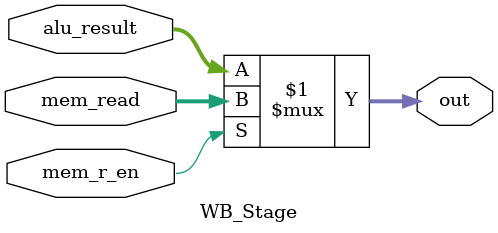
<source format=v>
module WB_Stage (
    input[31:0] alu_result,mem_read,
    input mem_r_en,
    output [31:0] out
);
    assign out = mem_r_en ? mem_read : alu_result;
endmodule
</source>
